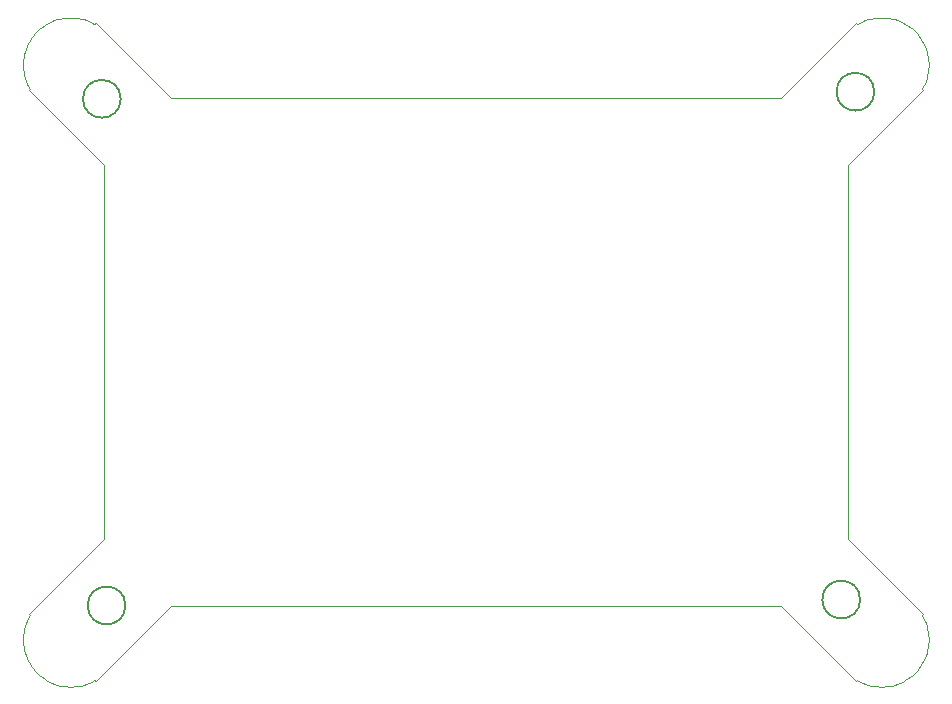
<source format=gm1>
G04 #@! TF.GenerationSoftware,KiCad,Pcbnew,no-vcs-found-aeac415~59~ubuntu16.04.1*
G04 #@! TF.CreationDate,2017-08-23T23:17:54+02:00*
G04 #@! TF.ProjectId,GhostESP32,47686F737445535033322E6B69636164,rev?*
G04 #@! TF.SameCoordinates,Original*
G04 #@! TF.FileFunction,Profile,NP*
%FSLAX46Y46*%
G04 Gerber Fmt 4.6, Leading zero omitted, Abs format (unit mm)*
G04 Created by KiCad (PCBNEW no-vcs-found-aeac415~59~ubuntu16.04.1) date Wed Aug 23 23:17:54 2017*
%MOMM*%
%LPD*%
G01*
G04 APERTURE LIST*
%ADD10C,0.200000*%
%ADD11C,0.100000*%
G04 APERTURE END LIST*
D10*
X180500000Y-126700000D02*
G75*
G03X180500000Y-126700000I-1600000J0D01*
G01*
X118300000Y-127200000D02*
G75*
G03X118300000Y-127200000I-1600000J0D01*
G01*
X117900000Y-84300000D02*
G75*
G03X117900000Y-84300000I-1600000J0D01*
G01*
X181700000Y-83700000D02*
G75*
G03X181700000Y-83700000I-1600000J0D01*
G01*
D11*
X186284300Y-130450700D02*
X186300000Y-130200000D01*
X109881700Y-82772400D02*
X109974200Y-83006100D01*
X109804000Y-82533400D02*
X109881700Y-82772400D01*
X109741500Y-82290100D02*
X109804000Y-82533400D01*
X184753600Y-133234900D02*
X184947300Y-133074800D01*
X179473600Y-121589000D02*
X179473600Y-89902800D01*
X180180700Y-77881900D02*
X173816700Y-84245900D01*
X180270600Y-77971900D02*
X180180700Y-77881900D01*
X180486100Y-77853500D02*
X180270600Y-77971900D01*
X180713400Y-77746500D02*
X180486100Y-77853500D01*
X110081200Y-79601500D02*
X109974200Y-79828900D01*
X110202200Y-79381300D02*
X110081200Y-79601500D01*
X179473600Y-89902800D02*
X185837600Y-83538800D01*
X115766500Y-133609900D02*
X122130500Y-127245900D01*
X182678400Y-134056600D02*
X182927800Y-134025100D01*
X186143200Y-128958400D02*
X186065500Y-128719400D01*
X184753600Y-78256900D02*
X184550400Y-78109200D01*
X185973000Y-131662900D02*
X186065500Y-131429300D01*
X115676600Y-133519900D02*
X115766500Y-133609900D01*
X116473600Y-121589000D02*
X110109600Y-127953000D01*
X116473600Y-89902800D02*
X116473600Y-121589000D01*
X110109600Y-83538800D02*
X116473600Y-89902800D01*
X186143200Y-82533400D02*
X186205700Y-82290100D01*
X186065500Y-82772400D02*
X186143200Y-82533400D01*
X122130500Y-127245900D02*
X173816700Y-127245900D01*
X184550400Y-78109200D02*
X184338200Y-77974500D01*
X185866000Y-83233400D02*
X185973000Y-83006100D01*
X185302500Y-132719600D02*
X185462600Y-132525900D01*
X186252800Y-82043200D02*
X186284300Y-81793900D01*
X185610300Y-132322700D02*
X185745000Y-132110500D01*
X114270900Y-77466700D02*
X114021600Y-77435200D01*
X114517700Y-77513800D02*
X114270900Y-77466700D01*
X184118000Y-77853500D02*
X183890600Y-77746500D01*
X186284300Y-81041100D02*
X186252800Y-80791700D01*
X184118000Y-133638300D02*
X184338200Y-133517300D01*
X185130400Y-132902700D02*
X185302500Y-132719600D01*
X186065500Y-131429300D02*
X186143200Y-131190300D01*
X180486100Y-133638300D02*
X180713400Y-133745300D01*
X185302500Y-78772200D02*
X185130400Y-78589100D01*
X109804000Y-131190300D02*
X109881700Y-131429300D01*
X109741500Y-130946900D02*
X109804000Y-131190300D01*
X109694400Y-130700100D02*
X109741500Y-130946900D01*
X110081200Y-131890300D02*
X110202200Y-132110500D01*
X109974200Y-131662900D02*
X110081200Y-131890300D01*
X109881700Y-131429300D02*
X109974200Y-131662900D01*
X110999900Y-133074800D02*
X111193600Y-133234900D01*
X110816800Y-132902700D02*
X110999900Y-133074800D01*
X110644700Y-132719600D02*
X110816800Y-132902700D01*
X113770800Y-77419500D02*
X113519500Y-77419500D01*
X114021600Y-77435200D02*
X113770800Y-77419500D01*
X111609000Y-133517300D02*
X111829200Y-133638300D01*
X111396800Y-133382600D02*
X111609000Y-133517300D01*
X111193600Y-133234900D02*
X111396800Y-133382600D01*
X181429500Y-77513800D02*
X181186100Y-77576300D01*
X181676300Y-77466700D02*
X181429500Y-77513800D01*
X110336900Y-79169100D02*
X110202200Y-79381300D01*
X110484600Y-78965900D02*
X110336900Y-79169100D01*
X115461100Y-133638300D02*
X115676600Y-133519900D01*
X185973000Y-79828900D02*
X185866000Y-79601500D01*
X183657000Y-133837800D02*
X183890600Y-133745300D01*
X114021600Y-134056600D02*
X114270900Y-134025100D01*
X183418000Y-77576300D02*
X183174600Y-77513800D01*
X183657000Y-77654000D02*
X183418000Y-77576300D01*
X109647200Y-81291800D02*
X109647200Y-81543100D01*
X109662900Y-81041100D02*
X109647200Y-81291800D01*
X109694400Y-80791700D02*
X109662900Y-81041100D01*
X109662900Y-129697900D02*
X109647200Y-129948700D01*
X109694400Y-129448600D02*
X109662900Y-129697900D01*
X109741500Y-129201700D02*
X109694400Y-129448600D01*
X186300000Y-129948700D02*
X186284300Y-129697900D01*
X180180700Y-133609900D02*
X180270600Y-133519900D01*
X186284300Y-129697900D02*
X186252800Y-129448600D01*
X173816700Y-127245900D02*
X180180700Y-133609900D01*
X186300000Y-81291800D02*
X186284300Y-81041100D01*
X113770800Y-134072300D02*
X114021600Y-134056600D01*
X113519500Y-134072300D02*
X113770800Y-134072300D01*
X113268800Y-134056600D02*
X113519500Y-134072300D01*
X180947100Y-77654000D02*
X180713400Y-77746500D01*
X181186100Y-77576300D02*
X180947100Y-77654000D01*
X122130500Y-84245900D02*
X115766500Y-77881900D01*
X173816700Y-84245900D02*
X122130500Y-84245900D01*
X186143200Y-131190300D02*
X186205700Y-130946900D01*
X111396800Y-78109200D02*
X111193600Y-78256900D01*
X111609000Y-77974500D02*
X111396800Y-78109200D01*
X115676600Y-77971900D02*
X115461100Y-77853500D01*
X115766500Y-77881900D02*
X115676600Y-77971900D01*
X185837600Y-83538800D02*
X185747600Y-83448900D01*
X109741500Y-80544900D02*
X109694400Y-80791700D01*
X109804000Y-80301500D02*
X109741500Y-80544900D01*
X186300000Y-81543100D02*
X186300000Y-81291800D01*
X182927800Y-134025100D02*
X183174600Y-133978000D01*
X186065500Y-128719400D02*
X185973000Y-128485700D01*
X185973000Y-83006100D02*
X186065500Y-82772400D01*
X114761100Y-133915500D02*
X115000100Y-133837800D01*
X186143200Y-80301500D02*
X186065500Y-80062500D01*
X185973000Y-128485700D02*
X185866000Y-128258400D01*
X184947300Y-133074800D02*
X185130400Y-132902700D01*
X109881700Y-80062500D02*
X109804000Y-80301500D01*
X109974200Y-79828900D02*
X109881700Y-80062500D01*
X185745000Y-79381300D02*
X185610300Y-79169100D01*
X111829200Y-77853500D02*
X111609000Y-77974500D01*
X112056600Y-77746500D02*
X111829200Y-77853500D01*
X183890600Y-133745300D02*
X184118000Y-133638300D01*
X113268800Y-77435200D02*
X113019400Y-77466700D01*
X113519500Y-77419500D02*
X113268800Y-77435200D01*
X185745000Y-132110500D02*
X185866000Y-131890300D01*
X181925600Y-134056600D02*
X182176400Y-134072300D01*
X113019400Y-134025100D02*
X113268800Y-134056600D01*
X112772600Y-133978000D02*
X113019400Y-134025100D01*
X112529200Y-133915500D02*
X112772600Y-133978000D01*
X112772600Y-77513800D02*
X112529200Y-77576300D01*
X113019400Y-77466700D02*
X112772600Y-77513800D01*
X110644700Y-78772200D02*
X110484600Y-78965900D01*
X110816800Y-78589100D02*
X110644700Y-78772200D01*
X186284300Y-81793900D02*
X186300000Y-81543100D01*
X183418000Y-133915500D02*
X183657000Y-133837800D01*
X181676300Y-134025100D02*
X181925600Y-134056600D01*
X185837600Y-127953000D02*
X179473600Y-121589000D01*
X109694400Y-82043200D02*
X109741500Y-82290100D01*
X109662900Y-81793900D02*
X109694400Y-82043200D01*
X109647200Y-81543100D02*
X109662900Y-81793900D01*
X182927800Y-77466700D02*
X182678400Y-77435200D01*
X183174600Y-77513800D02*
X182927800Y-77466700D01*
X181925600Y-77435200D02*
X181676300Y-77466700D01*
X182176400Y-77419500D02*
X181925600Y-77435200D01*
X114517700Y-133978000D02*
X114761100Y-133915500D01*
X180947100Y-133837800D02*
X181186100Y-133915500D01*
X183890600Y-77746500D02*
X183657000Y-77654000D01*
X115233800Y-133745300D02*
X115461100Y-133638300D01*
X109662900Y-130450700D02*
X109694400Y-130700100D01*
X109647200Y-130200000D02*
X109662900Y-130450700D01*
X109647200Y-129948700D02*
X109647200Y-130200000D01*
X186205700Y-129201700D02*
X186143200Y-128958400D01*
X112290200Y-77654000D02*
X112056600Y-77746500D01*
X112529200Y-77576300D02*
X112290200Y-77654000D01*
X184338200Y-133517300D02*
X184550400Y-133382600D01*
X112290200Y-133837800D02*
X112529200Y-133915500D01*
X112056600Y-133745300D02*
X112290200Y-133837800D01*
X111829200Y-133638300D02*
X112056600Y-133745300D01*
X185866000Y-79601500D02*
X185745000Y-79381300D01*
X186252800Y-129448600D02*
X186205700Y-129201700D01*
X186205700Y-82290100D02*
X186252800Y-82043200D01*
X114270900Y-134025100D02*
X114517700Y-133978000D01*
X183174600Y-133978000D02*
X183418000Y-133915500D01*
X181429500Y-133978000D02*
X181676300Y-134025100D01*
X186252800Y-80791700D02*
X186205700Y-80544900D01*
X181186100Y-133915500D02*
X181429500Y-133978000D01*
X185130400Y-78589100D02*
X184947300Y-78417000D01*
X185462600Y-132525900D02*
X185610300Y-132322700D01*
X186252800Y-130700100D02*
X186284300Y-130450700D01*
X185747600Y-128042900D02*
X185837600Y-127953000D01*
X184338200Y-77974500D02*
X184118000Y-77853500D01*
X110199600Y-83448900D02*
X110109600Y-83538800D01*
X110081200Y-83233400D02*
X110199600Y-83448900D01*
X109974200Y-83006100D02*
X110081200Y-83233400D01*
X115233800Y-77746500D02*
X115000100Y-77654000D01*
X115461100Y-77853500D02*
X115233800Y-77746500D01*
X110484600Y-132525900D02*
X110644700Y-132719600D01*
X110336900Y-132322700D02*
X110484600Y-132525900D01*
X110202200Y-132110500D02*
X110336900Y-132322700D01*
X182176400Y-134072300D02*
X182427700Y-134072300D01*
X109804000Y-128958400D02*
X109741500Y-129201700D01*
X109881700Y-128719400D02*
X109804000Y-128958400D01*
X109974200Y-128485700D02*
X109881700Y-128719400D01*
X186205700Y-130946900D02*
X186252800Y-130700100D01*
X115000100Y-133837800D02*
X115233800Y-133745300D01*
X185610300Y-79169100D02*
X185462600Y-78965900D01*
X185866000Y-131890300D02*
X185973000Y-131662900D01*
X184947300Y-78417000D02*
X184753600Y-78256900D01*
X186205700Y-80544900D02*
X186143200Y-80301500D01*
X110999900Y-78417000D02*
X110816800Y-78589100D01*
X111193600Y-78256900D02*
X110999900Y-78417000D01*
X184550400Y-133382600D02*
X184753600Y-133234900D01*
X110081200Y-128258400D02*
X109974200Y-128485700D01*
X110199600Y-128042900D02*
X110081200Y-128258400D01*
X110109600Y-127953000D02*
X110199600Y-128042900D01*
X186065500Y-80062500D02*
X185973000Y-79828900D01*
X114761100Y-77576300D02*
X114517700Y-77513800D01*
X115000100Y-77654000D02*
X114761100Y-77576300D01*
X182427700Y-134072300D02*
X182678400Y-134056600D01*
X185866000Y-128258400D02*
X185747600Y-128042900D01*
X180713400Y-133745300D02*
X180947100Y-133837800D01*
X185747600Y-83448900D02*
X185866000Y-83233400D01*
X185462600Y-78965900D02*
X185302500Y-78772200D01*
X180270600Y-133519900D02*
X180486100Y-133638300D01*
X182427700Y-77419500D02*
X182176400Y-77419500D01*
X182678400Y-77435200D02*
X182427700Y-77419500D01*
X186300000Y-130200000D02*
X186300000Y-129948700D01*
M02*

</source>
